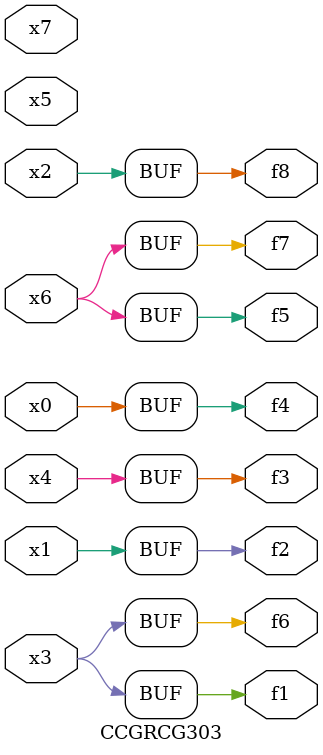
<source format=v>
module CCGRCG303(
	input x0, x1, x2, x3, x4, x5, x6, x7,
	output f1, f2, f3, f4, f5, f6, f7, f8
);
	assign f1 = x3;
	assign f2 = x1;
	assign f3 = x4;
	assign f4 = x0;
	assign f5 = x6;
	assign f6 = x3;
	assign f7 = x6;
	assign f8 = x2;
endmodule

</source>
